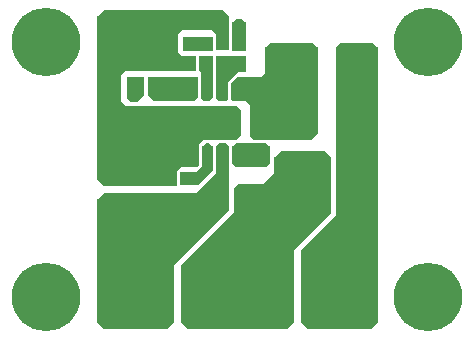
<source format=gbr>
G04 EAGLE Gerber RS-274X export*
G75*
%MOMM*%
%FSLAX34Y34*%
%LPD*%
%INTop Copper*%
%IPPOS*%
%AMOC8*
5,1,8,0,0,1.08239X$1,22.5*%
G01*
%ADD10R,1.600000X1.800000*%
%ADD11C,0.250000*%
%ADD12C,1.200000*%
%ADD13R,2.500000X3.200000*%
%ADD14R,1.000000X1.100000*%
%ADD15C,0.510000*%
%ADD16R,1.100000X1.000000*%
%ADD17C,2.500000*%
%ADD18C,5.800000*%
%ADD19C,1.108000*%
%ADD20C,0.508000*%
%ADD21C,0.756400*%

G36*
X41918Y4574D02*
X41918Y4574D01*
X41925Y4573D01*
X42015Y4594D01*
X42107Y4612D01*
X42113Y4617D01*
X42121Y4619D01*
X42269Y4721D01*
X47349Y9801D01*
X47353Y9808D01*
X47359Y9812D01*
X47408Y9891D01*
X47460Y9968D01*
X47461Y9976D01*
X47465Y9983D01*
X47497Y10160D01*
X47497Y70910D01*
X79099Y102511D01*
X79103Y102518D01*
X79109Y102522D01*
X79158Y102601D01*
X79210Y102678D01*
X79211Y102686D01*
X79215Y102693D01*
X79247Y102870D01*
X79247Y149860D01*
X79246Y149868D01*
X79247Y149875D01*
X79226Y149965D01*
X79208Y150057D01*
X79203Y150063D01*
X79201Y150071D01*
X79099Y150219D01*
X74019Y155299D01*
X74012Y155303D01*
X74008Y155309D01*
X73929Y155358D01*
X73852Y155410D01*
X73844Y155411D01*
X73837Y155415D01*
X73660Y155447D01*
X36830Y155447D01*
X36822Y155446D01*
X36815Y155447D01*
X36725Y155426D01*
X36634Y155408D01*
X36627Y155403D01*
X36619Y155401D01*
X36471Y155299D01*
X31391Y150219D01*
X31387Y150212D01*
X31381Y150208D01*
X31332Y150129D01*
X31280Y150052D01*
X31279Y150044D01*
X31275Y150037D01*
X31243Y149860D01*
X31243Y136100D01*
X22650Y127507D01*
X1270Y127507D01*
X1262Y127506D01*
X1255Y127507D01*
X1165Y127486D01*
X1074Y127468D01*
X1067Y127463D01*
X1059Y127461D01*
X911Y127359D01*
X-2899Y123549D01*
X-2903Y123542D01*
X-2909Y123538D01*
X-2958Y123459D01*
X-3010Y123382D01*
X-3011Y123374D01*
X-3015Y123367D01*
X-3047Y123190D01*
X-3047Y103080D01*
X-47349Y58779D01*
X-47353Y58772D01*
X-47359Y58768D01*
X-47408Y58689D01*
X-47460Y58612D01*
X-47461Y58604D01*
X-47465Y58597D01*
X-47497Y58420D01*
X-47497Y10160D01*
X-47496Y10152D01*
X-47497Y10145D01*
X-47476Y10055D01*
X-47458Y9964D01*
X-47453Y9957D01*
X-47451Y9949D01*
X-47349Y9801D01*
X-42269Y4721D01*
X-42262Y4717D01*
X-42258Y4711D01*
X-42179Y4662D01*
X-42102Y4610D01*
X-42094Y4609D01*
X-42087Y4605D01*
X-41910Y4573D01*
X41910Y4573D01*
X41918Y4574D01*
G37*
G36*
X-52065Y125224D02*
X-52065Y125224D01*
X-52060Y125223D01*
X-51967Y125244D01*
X-51874Y125262D01*
X-51869Y125265D01*
X-51864Y125266D01*
X-51786Y125322D01*
X-51708Y125375D01*
X-51705Y125379D01*
X-51701Y125382D01*
X-51650Y125464D01*
X-51598Y125543D01*
X-51598Y125548D01*
X-51595Y125553D01*
X-51563Y125730D01*
X-51563Y138220D01*
X-48050Y141733D01*
X-34290Y141733D01*
X-34282Y141734D01*
X-34275Y141733D01*
X-34185Y141754D01*
X-34094Y141772D01*
X-34087Y141777D01*
X-34079Y141779D01*
X-33931Y141881D01*
X-32661Y143151D01*
X-32657Y143158D01*
X-32651Y143162D01*
X-32602Y143241D01*
X-32550Y143318D01*
X-32549Y143326D01*
X-32545Y143333D01*
X-32513Y143510D01*
X-32513Y161080D01*
X-29000Y164593D01*
X-1270Y164593D01*
X-1262Y164594D01*
X-1255Y164593D01*
X-1165Y164614D01*
X-1074Y164632D01*
X-1067Y164637D01*
X-1059Y164639D01*
X-911Y164741D01*
X2899Y168551D01*
X2903Y168558D01*
X2909Y168562D01*
X2958Y168641D01*
X3010Y168718D01*
X3011Y168726D01*
X3015Y168733D01*
X3047Y168910D01*
X3047Y189230D01*
X3046Y189238D01*
X3047Y189245D01*
X3026Y189335D01*
X3008Y189427D01*
X3003Y189433D01*
X3001Y189441D01*
X2899Y189589D01*
X-911Y193399D01*
X-918Y193403D01*
X-922Y193409D01*
X-1001Y193458D01*
X-1078Y193510D01*
X-1086Y193511D01*
X-1093Y193515D01*
X-1270Y193547D01*
X-95040Y193547D01*
X-98553Y197060D01*
X-98553Y219500D01*
X-95040Y223013D01*
X-35560Y223013D01*
X-35555Y223014D01*
X-35550Y223013D01*
X-35457Y223034D01*
X-35364Y223052D01*
X-35359Y223055D01*
X-35354Y223056D01*
X-35276Y223112D01*
X-35198Y223165D01*
X-35195Y223169D01*
X-35191Y223172D01*
X-35140Y223254D01*
X-35088Y223333D01*
X-35088Y223338D01*
X-35085Y223343D01*
X-35053Y223520D01*
X-35053Y234950D01*
X-35054Y234955D01*
X-35053Y234960D01*
X-35074Y235053D01*
X-35092Y235147D01*
X-35095Y235151D01*
X-35096Y235156D01*
X-35152Y235234D01*
X-35205Y235312D01*
X-35209Y235315D01*
X-35212Y235319D01*
X-35294Y235370D01*
X-35373Y235422D01*
X-35378Y235422D01*
X-35383Y235425D01*
X-35560Y235457D01*
X-46780Y235457D01*
X-50293Y238970D01*
X-50293Y253790D01*
X-46780Y257303D01*
X-21800Y257303D01*
X-18287Y253790D01*
X-18287Y241300D01*
X-18286Y241295D01*
X-18287Y241290D01*
X-18266Y241197D01*
X-18248Y241104D01*
X-18245Y241099D01*
X-18244Y241094D01*
X-18188Y241016D01*
X-18135Y240938D01*
X-18131Y240935D01*
X-18128Y240931D01*
X-18046Y240880D01*
X-17967Y240828D01*
X-17962Y240828D01*
X-17957Y240825D01*
X-17780Y240793D01*
X-7620Y240793D01*
X-7615Y240794D01*
X-7610Y240793D01*
X-7517Y240814D01*
X-7424Y240832D01*
X-7419Y240835D01*
X-7414Y240836D01*
X-7336Y240892D01*
X-7258Y240945D01*
X-7255Y240949D01*
X-7251Y240952D01*
X-7200Y241034D01*
X-7148Y241113D01*
X-7148Y241118D01*
X-7145Y241123D01*
X-7113Y241300D01*
X-7113Y269240D01*
X-7114Y269248D01*
X-7113Y269255D01*
X-7134Y269345D01*
X-7152Y269437D01*
X-7157Y269443D01*
X-7159Y269451D01*
X-7261Y269599D01*
X-12341Y274679D01*
X-12348Y274683D01*
X-12352Y274689D01*
X-12431Y274738D01*
X-12508Y274790D01*
X-12516Y274791D01*
X-12523Y274795D01*
X-12700Y274827D01*
X-113030Y274827D01*
X-113038Y274826D01*
X-113045Y274827D01*
X-113135Y274806D01*
X-113227Y274788D01*
X-113233Y274783D01*
X-113241Y274781D01*
X-113389Y274679D01*
X-118469Y269599D01*
X-118473Y269592D01*
X-118479Y269588D01*
X-118528Y269509D01*
X-118580Y269432D01*
X-118581Y269424D01*
X-118585Y269417D01*
X-118617Y269240D01*
X-118617Y130810D01*
X-118616Y130802D01*
X-118617Y130795D01*
X-118596Y130705D01*
X-118578Y130614D01*
X-118573Y130607D01*
X-118571Y130599D01*
X-118469Y130451D01*
X-113389Y125371D01*
X-113382Y125367D01*
X-113378Y125361D01*
X-113299Y125312D01*
X-113222Y125260D01*
X-113214Y125259D01*
X-113207Y125255D01*
X-113030Y125223D01*
X-52070Y125223D01*
X-52065Y125224D01*
G37*
G36*
X113038Y4574D02*
X113038Y4574D01*
X113045Y4573D01*
X113135Y4594D01*
X113227Y4612D01*
X113233Y4617D01*
X113241Y4619D01*
X113389Y4721D01*
X118469Y9801D01*
X118473Y9808D01*
X118479Y9812D01*
X118528Y9891D01*
X118580Y9968D01*
X118581Y9976D01*
X118585Y9983D01*
X118617Y10160D01*
X118617Y242570D01*
X118616Y242578D01*
X118617Y242585D01*
X118596Y242675D01*
X118578Y242767D01*
X118573Y242773D01*
X118571Y242781D01*
X118469Y242929D01*
X114659Y246739D01*
X114652Y246743D01*
X114648Y246749D01*
X114569Y246798D01*
X114492Y246850D01*
X114484Y246851D01*
X114477Y246855D01*
X114300Y246887D01*
X87630Y246887D01*
X87622Y246886D01*
X87615Y246887D01*
X87525Y246866D01*
X87434Y246848D01*
X87427Y246843D01*
X87419Y246841D01*
X87271Y246739D01*
X83461Y242929D01*
X83457Y242922D01*
X83451Y242918D01*
X83402Y242839D01*
X83350Y242762D01*
X83349Y242754D01*
X83345Y242747D01*
X83313Y242570D01*
X83313Y100540D01*
X54251Y71479D01*
X54247Y71472D01*
X54241Y71468D01*
X54192Y71389D01*
X54140Y71312D01*
X54139Y71304D01*
X54135Y71297D01*
X54103Y71120D01*
X54103Y10160D01*
X54104Y10152D01*
X54103Y10145D01*
X54124Y10055D01*
X54142Y9964D01*
X54147Y9957D01*
X54149Y9949D01*
X54251Y9801D01*
X59331Y4721D01*
X59338Y4717D01*
X59342Y4711D01*
X59421Y4662D01*
X59498Y4610D01*
X59506Y4609D01*
X59513Y4605D01*
X59690Y4573D01*
X113030Y4573D01*
X113038Y4574D01*
G37*
G36*
X-59682Y4574D02*
X-59682Y4574D01*
X-59675Y4573D01*
X-59585Y4594D01*
X-59494Y4612D01*
X-59487Y4617D01*
X-59479Y4619D01*
X-59331Y4721D01*
X-54251Y9801D01*
X-54247Y9808D01*
X-54241Y9812D01*
X-54192Y9891D01*
X-54140Y9968D01*
X-54139Y9976D01*
X-54135Y9983D01*
X-54103Y10160D01*
X-54103Y58210D01*
X-7261Y105051D01*
X-7257Y105058D01*
X-7251Y105062D01*
X-7202Y105141D01*
X-7150Y105218D01*
X-7149Y105226D01*
X-7145Y105233D01*
X-7113Y105410D01*
X-7113Y158750D01*
X-7114Y158758D01*
X-7113Y158765D01*
X-7134Y158855D01*
X-7152Y158947D01*
X-7157Y158953D01*
X-7159Y158961D01*
X-7261Y159109D01*
X-9801Y161649D01*
X-9808Y161653D01*
X-9812Y161659D01*
X-9891Y161708D01*
X-9968Y161760D01*
X-9976Y161761D01*
X-9983Y161765D01*
X-10160Y161797D01*
X-15240Y161797D01*
X-15248Y161796D01*
X-15255Y161797D01*
X-15345Y161776D01*
X-15437Y161758D01*
X-15443Y161753D01*
X-15451Y161751D01*
X-15599Y161649D01*
X-18139Y159109D01*
X-18143Y159102D01*
X-18149Y159098D01*
X-18198Y159019D01*
X-18250Y158942D01*
X-18251Y158934D01*
X-18255Y158927D01*
X-18287Y158750D01*
X-18287Y136100D01*
X-34500Y119887D01*
X-113030Y119887D01*
X-113038Y119886D01*
X-113045Y119887D01*
X-113135Y119866D01*
X-113227Y119848D01*
X-113233Y119843D01*
X-113241Y119841D01*
X-113389Y119739D01*
X-118469Y114659D01*
X-118473Y114652D01*
X-118479Y114648D01*
X-118528Y114569D01*
X-118580Y114492D01*
X-118581Y114484D01*
X-118585Y114477D01*
X-118617Y114300D01*
X-118617Y10160D01*
X-118616Y10152D01*
X-118617Y10145D01*
X-118596Y10055D01*
X-118578Y9964D01*
X-118573Y9957D01*
X-118571Y9949D01*
X-118469Y9801D01*
X-113389Y4721D01*
X-113382Y4717D01*
X-113378Y4711D01*
X-113299Y4662D01*
X-113222Y4610D01*
X-113214Y4609D01*
X-113207Y4605D01*
X-113030Y4573D01*
X-59690Y4573D01*
X-59682Y4574D01*
G37*
G36*
X62238Y164594D02*
X62238Y164594D01*
X62245Y164593D01*
X62335Y164614D01*
X62427Y164632D01*
X62433Y164637D01*
X62441Y164639D01*
X62589Y164741D01*
X67669Y169821D01*
X67673Y169828D01*
X67679Y169832D01*
X67728Y169911D01*
X67780Y169988D01*
X67781Y169996D01*
X67785Y170003D01*
X67817Y170180D01*
X67817Y242570D01*
X67816Y242578D01*
X67817Y242585D01*
X67796Y242675D01*
X67778Y242767D01*
X67773Y242773D01*
X67771Y242781D01*
X67669Y242929D01*
X63859Y246739D01*
X63852Y246743D01*
X63848Y246749D01*
X63769Y246798D01*
X63692Y246850D01*
X63684Y246851D01*
X63677Y246855D01*
X63500Y246887D01*
X27940Y246887D01*
X27932Y246886D01*
X27925Y246887D01*
X27835Y246866D01*
X27744Y246848D01*
X27737Y246843D01*
X27729Y246841D01*
X27581Y246739D01*
X23771Y242929D01*
X23767Y242922D01*
X23761Y242918D01*
X23712Y242839D01*
X23660Y242762D01*
X23659Y242754D01*
X23655Y242747D01*
X23623Y242570D01*
X23623Y221190D01*
X20110Y217677D01*
X0Y217677D01*
X-8Y217676D01*
X-15Y217677D01*
X-105Y217656D01*
X-197Y217638D01*
X-203Y217633D01*
X-211Y217631D01*
X-359Y217529D01*
X-5439Y212449D01*
X-5443Y212442D01*
X-5449Y212438D01*
X-5498Y212359D01*
X-5550Y212282D01*
X-5551Y212274D01*
X-5555Y212267D01*
X-5587Y212090D01*
X-5587Y199390D01*
X-5586Y199382D01*
X-5587Y199375D01*
X-5566Y199285D01*
X-5548Y199194D01*
X-5543Y199187D01*
X-5541Y199179D01*
X-5439Y199031D01*
X-4169Y197761D01*
X-4162Y197757D01*
X-4158Y197751D01*
X-4079Y197702D01*
X-4002Y197650D01*
X-3994Y197649D01*
X-3987Y197645D01*
X-3810Y197613D01*
X7410Y197613D01*
X10923Y194100D01*
X10923Y167640D01*
X10924Y167632D01*
X10923Y167625D01*
X10944Y167535D01*
X10962Y167444D01*
X10967Y167437D01*
X10969Y167429D01*
X11071Y167281D01*
X13611Y164741D01*
X13618Y164737D01*
X13622Y164731D01*
X13701Y164682D01*
X13778Y164630D01*
X13786Y164629D01*
X13793Y164625D01*
X13970Y164593D01*
X62230Y164593D01*
X62238Y164594D01*
G37*
G36*
X-36822Y197614D02*
X-36822Y197614D01*
X-36815Y197613D01*
X-36725Y197634D01*
X-36634Y197652D01*
X-36627Y197657D01*
X-36619Y197659D01*
X-36471Y197761D01*
X-33931Y200301D01*
X-33927Y200308D01*
X-33921Y200312D01*
X-33872Y200391D01*
X-33820Y200468D01*
X-33819Y200476D01*
X-33815Y200483D01*
X-33783Y200660D01*
X-33783Y217170D01*
X-33784Y217175D01*
X-33783Y217180D01*
X-33804Y217273D01*
X-33822Y217367D01*
X-33825Y217371D01*
X-33826Y217376D01*
X-33882Y217454D01*
X-33935Y217532D01*
X-33939Y217535D01*
X-33942Y217539D01*
X-34024Y217590D01*
X-34103Y217642D01*
X-34108Y217642D01*
X-34113Y217645D01*
X-34290Y217677D01*
X-74930Y217677D01*
X-74935Y217676D01*
X-74940Y217677D01*
X-75033Y217656D01*
X-75127Y217638D01*
X-75131Y217635D01*
X-75136Y217634D01*
X-75214Y217578D01*
X-75292Y217525D01*
X-75295Y217521D01*
X-75299Y217518D01*
X-75350Y217436D01*
X-75402Y217357D01*
X-75402Y217352D01*
X-75405Y217347D01*
X-75437Y217170D01*
X-75437Y201930D01*
X-75436Y201922D01*
X-75437Y201915D01*
X-75416Y201825D01*
X-75398Y201734D01*
X-75393Y201727D01*
X-75391Y201719D01*
X-75289Y201571D01*
X-71479Y197761D01*
X-71472Y197757D01*
X-71468Y197751D01*
X-71389Y197702D01*
X-71312Y197650D01*
X-71304Y197649D01*
X-71297Y197645D01*
X-71120Y197613D01*
X-36830Y197613D01*
X-36822Y197614D01*
G37*
G36*
X-10152Y197614D02*
X-10152Y197614D01*
X-10145Y197613D01*
X-10055Y197634D01*
X-9964Y197652D01*
X-9957Y197657D01*
X-9949Y197659D01*
X-9801Y197761D01*
X-8277Y199285D01*
X-8277Y199286D01*
X-8276Y199287D01*
X-8272Y199292D01*
X-8267Y199296D01*
X-8218Y199375D01*
X-8166Y199452D01*
X-8165Y199460D01*
X-8161Y199467D01*
X-8129Y199644D01*
X-8129Y213353D01*
X-7261Y214220D01*
X-7257Y214227D01*
X-7251Y214231D01*
X-7202Y214310D01*
X-7160Y214372D01*
X210Y221743D01*
X6350Y221743D01*
X6355Y221744D01*
X6360Y221743D01*
X6453Y221764D01*
X6547Y221782D01*
X6551Y221785D01*
X6556Y221786D01*
X6634Y221842D01*
X6712Y221895D01*
X6715Y221899D01*
X6719Y221902D01*
X6770Y221984D01*
X6822Y222063D01*
X6822Y222068D01*
X6825Y222073D01*
X6857Y222250D01*
X6857Y234950D01*
X6856Y234955D01*
X6857Y234960D01*
X6836Y235053D01*
X6818Y235147D01*
X6815Y235151D01*
X6814Y235156D01*
X6758Y235234D01*
X6705Y235312D01*
X6701Y235315D01*
X6698Y235319D01*
X6616Y235370D01*
X6537Y235422D01*
X6532Y235422D01*
X6527Y235425D01*
X6350Y235457D01*
X-17780Y235457D01*
X-17785Y235456D01*
X-17790Y235457D01*
X-17883Y235436D01*
X-17977Y235418D01*
X-17981Y235415D01*
X-17986Y235414D01*
X-18064Y235358D01*
X-18142Y235305D01*
X-18145Y235301D01*
X-18149Y235298D01*
X-18200Y235216D01*
X-18252Y235137D01*
X-18252Y235132D01*
X-18255Y235127D01*
X-18287Y234950D01*
X-18287Y200660D01*
X-18286Y200652D01*
X-18287Y200645D01*
X-18266Y200555D01*
X-18248Y200464D01*
X-18243Y200457D01*
X-18241Y200449D01*
X-18139Y200301D01*
X-15599Y197761D01*
X-15592Y197757D01*
X-15588Y197751D01*
X-15509Y197702D01*
X-15432Y197650D01*
X-15424Y197649D01*
X-15417Y197645D01*
X-15240Y197613D01*
X-10160Y197613D01*
X-10152Y197614D01*
G37*
G36*
X24138Y141734D02*
X24138Y141734D01*
X24145Y141733D01*
X24235Y141754D01*
X24327Y141772D01*
X24333Y141777D01*
X24341Y141779D01*
X24489Y141881D01*
X27029Y144421D01*
X27033Y144428D01*
X27039Y144432D01*
X27088Y144511D01*
X27140Y144588D01*
X27141Y144596D01*
X27145Y144603D01*
X27177Y144780D01*
X27177Y158750D01*
X27176Y158758D01*
X27177Y158765D01*
X27156Y158855D01*
X27138Y158947D01*
X27133Y158953D01*
X27131Y158961D01*
X27029Y159109D01*
X24489Y161649D01*
X24482Y161653D01*
X24478Y161659D01*
X24399Y161708D01*
X24322Y161760D01*
X24314Y161761D01*
X24307Y161765D01*
X24130Y161797D01*
X-1270Y161797D01*
X-1278Y161796D01*
X-1285Y161797D01*
X-1375Y161776D01*
X-1467Y161758D01*
X-1473Y161753D01*
X-1481Y161751D01*
X-1629Y161649D01*
X-4169Y159109D01*
X-4173Y159102D01*
X-4179Y159098D01*
X-4228Y159019D01*
X-4280Y158942D01*
X-4281Y158934D01*
X-4285Y158927D01*
X-4317Y158750D01*
X-4317Y144780D01*
X-4316Y144772D01*
X-4317Y144765D01*
X-4296Y144675D01*
X-4278Y144584D01*
X-4273Y144577D01*
X-4271Y144569D01*
X-4169Y144421D01*
X-1629Y141881D01*
X-1622Y141877D01*
X-1618Y141871D01*
X-1539Y141822D01*
X-1462Y141770D01*
X-1454Y141769D01*
X-1447Y141765D01*
X-1270Y141733D01*
X24130Y141733D01*
X24138Y141734D01*
G37*
G36*
X-33012Y126494D02*
X-33012Y126494D01*
X-33005Y126493D01*
X-32915Y126514D01*
X-32824Y126532D01*
X-32817Y126537D01*
X-32809Y126539D01*
X-32661Y126641D01*
X-21231Y138071D01*
X-21227Y138078D01*
X-21221Y138082D01*
X-21172Y138161D01*
X-21120Y138238D01*
X-21119Y138246D01*
X-21115Y138253D01*
X-21083Y138430D01*
X-21083Y158750D01*
X-21084Y158758D01*
X-21083Y158765D01*
X-21104Y158855D01*
X-21122Y158947D01*
X-21127Y158953D01*
X-21129Y158961D01*
X-21231Y159109D01*
X-23771Y161649D01*
X-23778Y161653D01*
X-23782Y161659D01*
X-23861Y161708D01*
X-23938Y161760D01*
X-23946Y161761D01*
X-23953Y161765D01*
X-24130Y161797D01*
X-26670Y161797D01*
X-26678Y161796D01*
X-26685Y161797D01*
X-26775Y161776D01*
X-26867Y161758D01*
X-26873Y161753D01*
X-26881Y161751D01*
X-27029Y161649D01*
X-29569Y159109D01*
X-29573Y159102D01*
X-29579Y159098D01*
X-29628Y159019D01*
X-29680Y158942D01*
X-29681Y158934D01*
X-29685Y158927D01*
X-29717Y158750D01*
X-29717Y142450D01*
X-34500Y137667D01*
X-48260Y137667D01*
X-48265Y137666D01*
X-48270Y137667D01*
X-48363Y137646D01*
X-48457Y137628D01*
X-48461Y137625D01*
X-48466Y137624D01*
X-48544Y137568D01*
X-48622Y137515D01*
X-48625Y137511D01*
X-48629Y137508D01*
X-48680Y137426D01*
X-48732Y137347D01*
X-48732Y137342D01*
X-48735Y137337D01*
X-48767Y137160D01*
X-48767Y127000D01*
X-48766Y126995D01*
X-48767Y126990D01*
X-48746Y126897D01*
X-48728Y126804D01*
X-48725Y126799D01*
X-48724Y126794D01*
X-48668Y126716D01*
X-48615Y126638D01*
X-48611Y126635D01*
X-48608Y126631D01*
X-48526Y126580D01*
X-48447Y126528D01*
X-48442Y126528D01*
X-48437Y126525D01*
X-48260Y126493D01*
X-33020Y126493D01*
X-33012Y126494D01*
G37*
G36*
X-24122Y197614D02*
X-24122Y197614D01*
X-24115Y197613D01*
X-24025Y197634D01*
X-23934Y197652D01*
X-23927Y197657D01*
X-23919Y197659D01*
X-23771Y197761D01*
X-21231Y200301D01*
X-21227Y200308D01*
X-21221Y200312D01*
X-21172Y200391D01*
X-21120Y200468D01*
X-21119Y200476D01*
X-21115Y200483D01*
X-21083Y200660D01*
X-21083Y234950D01*
X-21084Y234955D01*
X-21083Y234960D01*
X-21104Y235053D01*
X-21122Y235147D01*
X-21125Y235151D01*
X-21126Y235156D01*
X-21182Y235234D01*
X-21235Y235312D01*
X-21239Y235315D01*
X-21242Y235319D01*
X-21324Y235370D01*
X-21403Y235422D01*
X-21408Y235422D01*
X-21413Y235425D01*
X-21590Y235457D01*
X-31750Y235457D01*
X-31755Y235456D01*
X-31760Y235457D01*
X-31853Y235436D01*
X-31947Y235418D01*
X-31951Y235415D01*
X-31956Y235414D01*
X-32034Y235358D01*
X-32112Y235305D01*
X-32115Y235301D01*
X-32119Y235298D01*
X-32170Y235216D01*
X-32222Y235137D01*
X-32222Y235132D01*
X-32225Y235127D01*
X-32257Y234950D01*
X-32257Y223520D01*
X-32256Y223512D01*
X-32257Y223505D01*
X-32236Y223415D01*
X-32218Y223324D01*
X-32213Y223317D01*
X-32211Y223309D01*
X-32109Y223161D01*
X-30987Y222040D01*
X-30987Y200660D01*
X-30986Y200652D01*
X-30987Y200645D01*
X-30966Y200555D01*
X-30948Y200464D01*
X-30943Y200457D01*
X-30941Y200449D01*
X-30839Y200301D01*
X-28299Y197761D01*
X-28292Y197757D01*
X-28288Y197751D01*
X-28209Y197702D01*
X-28132Y197650D01*
X-28124Y197649D01*
X-28117Y197645D01*
X-27940Y197613D01*
X-24130Y197613D01*
X-24122Y197614D01*
G37*
G36*
X-21585Y239524D02*
X-21585Y239524D01*
X-21580Y239523D01*
X-21487Y239544D01*
X-21394Y239562D01*
X-21389Y239565D01*
X-21384Y239566D01*
X-21306Y239622D01*
X-21228Y239675D01*
X-21225Y239679D01*
X-21221Y239682D01*
X-21170Y239764D01*
X-21118Y239843D01*
X-21118Y239848D01*
X-21115Y239853D01*
X-21083Y240030D01*
X-21083Y251460D01*
X-21084Y251465D01*
X-21083Y251470D01*
X-21104Y251563D01*
X-21122Y251657D01*
X-21125Y251661D01*
X-21126Y251666D01*
X-21182Y251744D01*
X-21235Y251822D01*
X-21239Y251825D01*
X-21242Y251829D01*
X-21324Y251880D01*
X-21403Y251932D01*
X-21408Y251932D01*
X-21413Y251935D01*
X-21590Y251967D01*
X-45720Y251967D01*
X-45725Y251966D01*
X-45730Y251967D01*
X-45823Y251946D01*
X-45917Y251928D01*
X-45921Y251925D01*
X-45926Y251924D01*
X-46004Y251868D01*
X-46082Y251815D01*
X-46085Y251811D01*
X-46089Y251808D01*
X-46140Y251726D01*
X-46192Y251647D01*
X-46192Y251642D01*
X-46195Y251637D01*
X-46227Y251460D01*
X-46227Y240030D01*
X-46226Y240025D01*
X-46227Y240020D01*
X-46206Y239927D01*
X-46188Y239834D01*
X-46185Y239829D01*
X-46184Y239824D01*
X-46128Y239746D01*
X-46075Y239668D01*
X-46071Y239665D01*
X-46068Y239661D01*
X-45986Y239610D01*
X-45907Y239558D01*
X-45902Y239558D01*
X-45897Y239555D01*
X-45720Y239523D01*
X-21590Y239523D01*
X-21585Y239524D01*
G37*
G36*
X6355Y239524D02*
X6355Y239524D01*
X6360Y239523D01*
X6453Y239544D01*
X6547Y239562D01*
X6551Y239565D01*
X6556Y239566D01*
X6634Y239622D01*
X6712Y239675D01*
X6715Y239679D01*
X6719Y239682D01*
X6770Y239764D01*
X6822Y239843D01*
X6822Y239848D01*
X6825Y239853D01*
X6857Y240030D01*
X6857Y264160D01*
X6856Y264168D01*
X6857Y264175D01*
X6836Y264265D01*
X6818Y264357D01*
X6813Y264363D01*
X6811Y264371D01*
X6709Y264519D01*
X4169Y267059D01*
X4162Y267063D01*
X4158Y267069D01*
X4079Y267118D01*
X4002Y267170D01*
X3994Y267171D01*
X3987Y267175D01*
X3810Y267207D01*
X-1270Y267207D01*
X-1278Y267206D01*
X-1285Y267207D01*
X-1375Y267186D01*
X-1467Y267168D01*
X-1473Y267163D01*
X-1481Y267161D01*
X-1629Y267059D01*
X-4169Y264519D01*
X-4173Y264512D01*
X-4179Y264508D01*
X-4228Y264429D01*
X-4280Y264352D01*
X-4281Y264344D01*
X-4285Y264337D01*
X-4317Y264160D01*
X-4317Y240030D01*
X-4316Y240025D01*
X-4317Y240020D01*
X-4296Y239927D01*
X-4278Y239834D01*
X-4275Y239829D01*
X-4274Y239824D01*
X-4218Y239746D01*
X-4165Y239668D01*
X-4161Y239665D01*
X-4158Y239661D01*
X-4076Y239610D01*
X-3997Y239558D01*
X-3992Y239558D01*
X-3987Y239555D01*
X-3810Y239523D01*
X6350Y239523D01*
X6355Y239524D01*
G37*
G36*
X-85082Y196344D02*
X-85082Y196344D01*
X-85075Y196343D01*
X-84985Y196364D01*
X-84894Y196382D01*
X-84887Y196387D01*
X-84879Y196389D01*
X-84731Y196491D01*
X-79651Y201571D01*
X-79647Y201578D01*
X-79641Y201582D01*
X-79592Y201661D01*
X-79540Y201738D01*
X-79539Y201746D01*
X-79535Y201753D01*
X-79503Y201930D01*
X-79503Y217170D01*
X-79504Y217175D01*
X-79503Y217180D01*
X-79524Y217273D01*
X-79542Y217367D01*
X-79545Y217371D01*
X-79546Y217376D01*
X-79602Y217454D01*
X-79655Y217532D01*
X-79659Y217535D01*
X-79662Y217539D01*
X-79744Y217590D01*
X-79823Y217642D01*
X-79828Y217642D01*
X-79833Y217645D01*
X-80010Y217677D01*
X-92710Y217677D01*
X-92715Y217676D01*
X-92720Y217677D01*
X-92813Y217656D01*
X-92907Y217638D01*
X-92911Y217635D01*
X-92916Y217634D01*
X-92994Y217578D01*
X-93072Y217525D01*
X-93075Y217521D01*
X-93079Y217518D01*
X-93130Y217436D01*
X-93182Y217357D01*
X-93182Y217352D01*
X-93185Y217347D01*
X-93217Y217170D01*
X-93217Y199390D01*
X-93216Y199382D01*
X-93217Y199375D01*
X-93196Y199285D01*
X-93178Y199194D01*
X-93173Y199187D01*
X-93171Y199179D01*
X-93069Y199031D01*
X-90529Y196491D01*
X-90522Y196487D01*
X-90518Y196481D01*
X-90439Y196432D01*
X-90362Y196380D01*
X-90354Y196379D01*
X-90347Y196375D01*
X-90170Y196343D01*
X-85090Y196343D01*
X-85082Y196344D01*
G37*
D10*
X-19080Y114300D03*
X8920Y114300D03*
X97820Y114300D03*
X69820Y114300D03*
D11*
X-1250Y201320D02*
X-1250Y210820D01*
X1250Y210820D01*
X1250Y201320D01*
X-1250Y201320D01*
X-1250Y203695D02*
X1250Y203695D01*
X1250Y206070D02*
X-1250Y206070D01*
X-1250Y208445D02*
X1250Y208445D01*
X1250Y210820D02*
X-1250Y210820D01*
X-13950Y210820D02*
X-13950Y201320D01*
X-13950Y210820D02*
X-11450Y210820D01*
X-11450Y201320D01*
X-13950Y201320D01*
X-13950Y203695D02*
X-11450Y203695D01*
X-11450Y206070D02*
X-13950Y206070D01*
X-13950Y208445D02*
X-11450Y208445D01*
X-11450Y210820D02*
X-13950Y210820D01*
X-26650Y210820D02*
X-26650Y201320D01*
X-26650Y210820D02*
X-24150Y210820D01*
X-24150Y201320D01*
X-26650Y201320D01*
X-26650Y203695D02*
X-24150Y203695D01*
X-24150Y206070D02*
X-26650Y206070D01*
X-26650Y208445D02*
X-24150Y208445D01*
X-24150Y210820D02*
X-26650Y210820D01*
X-39350Y210820D02*
X-39350Y201320D01*
X-39350Y210820D02*
X-36850Y210820D01*
X-36850Y201320D01*
X-39350Y201320D01*
X-39350Y203695D02*
X-36850Y203695D01*
X-36850Y206070D02*
X-39350Y206070D01*
X-39350Y208445D02*
X-36850Y208445D01*
X-36850Y210820D02*
X-39350Y210820D01*
X-39350Y156820D02*
X-39350Y147320D01*
X-39350Y156820D02*
X-36850Y156820D01*
X-36850Y147320D01*
X-39350Y147320D01*
X-39350Y149695D02*
X-36850Y149695D01*
X-36850Y152070D02*
X-39350Y152070D01*
X-39350Y154445D02*
X-36850Y154445D01*
X-36850Y156820D02*
X-39350Y156820D01*
X-26650Y156820D02*
X-26650Y147320D01*
X-26650Y156820D02*
X-24150Y156820D01*
X-24150Y147320D01*
X-26650Y147320D01*
X-26650Y149695D02*
X-24150Y149695D01*
X-24150Y152070D02*
X-26650Y152070D01*
X-26650Y154445D02*
X-24150Y154445D01*
X-24150Y156820D02*
X-26650Y156820D01*
X-13950Y156820D02*
X-13950Y147320D01*
X-13950Y156820D02*
X-11450Y156820D01*
X-11450Y147320D01*
X-13950Y147320D01*
X-13950Y149695D02*
X-11450Y149695D01*
X-11450Y152070D02*
X-13950Y152070D01*
X-13950Y154445D02*
X-11450Y154445D01*
X-11450Y156820D02*
X-13950Y156820D01*
X-1250Y156820D02*
X-1250Y147320D01*
X-1250Y156820D02*
X1250Y156820D01*
X1250Y147320D01*
X-1250Y147320D01*
X-1250Y149695D02*
X1250Y149695D01*
X1250Y152070D02*
X-1250Y152070D01*
X-1250Y154445D02*
X1250Y154445D01*
X1250Y156820D02*
X-1250Y156820D01*
D12*
X-8550Y185070D02*
X-29550Y185070D01*
X-8550Y185070D02*
X-8550Y173070D01*
X-29550Y173070D01*
X-29550Y185070D01*
X-29550Y184470D02*
X-8550Y184470D01*
D13*
X42620Y224790D03*
X99620Y224790D03*
D14*
X-26670Y228990D03*
X-26670Y245990D03*
X19050Y154060D03*
X19050Y171060D03*
D15*
X38500Y167530D02*
X50400Y167530D01*
X38500Y167530D02*
X38500Y187430D01*
X50400Y187430D01*
X50400Y167530D01*
X50400Y172375D02*
X38500Y172375D01*
X38500Y177220D02*
X50400Y177220D01*
X50400Y182065D02*
X38500Y182065D01*
X38500Y186910D02*
X50400Y186910D01*
X50400Y127530D02*
X38500Y127530D01*
X38500Y147430D01*
X50400Y147430D01*
X50400Y127530D01*
X50400Y132375D02*
X38500Y132375D01*
X38500Y137220D02*
X50400Y137220D01*
X50400Y142065D02*
X38500Y142065D01*
X38500Y146910D02*
X50400Y146910D01*
D16*
X-68970Y210820D03*
X-85970Y210820D03*
D14*
X-54610Y228210D03*
X-54610Y211210D03*
X-40640Y228990D03*
X-40640Y245990D03*
D16*
X-58030Y132080D03*
X-41030Y132080D03*
D14*
X1270Y228990D03*
X1270Y245990D03*
X-12700Y228990D03*
X-12700Y245990D03*
D17*
X-76200Y44450D03*
X-25400Y44450D03*
X25400Y44450D03*
X76200Y44450D03*
D18*
X-162560Y31750D03*
D19*
X-162560Y53750D03*
X-162560Y9750D03*
X-184560Y31750D03*
X-140560Y31750D03*
X-147060Y47250D03*
X-147060Y16250D03*
X-178060Y47250D03*
X-178060Y16250D03*
D18*
X-162560Y247650D03*
D19*
X-162560Y269650D03*
X-162560Y225650D03*
X-184560Y247650D03*
X-140560Y247650D03*
X-147060Y263150D03*
X-147060Y232150D03*
X-178060Y263150D03*
X-178060Y232150D03*
D18*
X161290Y31750D03*
D19*
X161290Y53750D03*
X161290Y9750D03*
X139290Y31750D03*
X183290Y31750D03*
X176790Y47250D03*
X176790Y16250D03*
X145790Y47250D03*
X145790Y16250D03*
D18*
X161290Y247650D03*
D19*
X161290Y269650D03*
X161290Y225650D03*
X139290Y247650D03*
X183290Y247650D03*
X176790Y263150D03*
X176790Y232150D03*
X145790Y263150D03*
X145790Y232150D03*
D20*
X-85970Y210820D02*
X-87240Y209550D01*
X-87240Y201050D01*
X-87630Y200660D01*
D21*
X-87630Y200660D03*
X101600Y132080D03*
D20*
X1270Y245990D02*
X1270Y261620D01*
D21*
X1270Y261620D03*
X-13970Y132080D03*
X-30480Y186690D03*
X-30480Y179070D03*
X-30480Y171450D03*
X-22860Y186690D03*
X-22860Y179070D03*
X-22860Y171450D03*
X-15240Y186690D03*
X-15240Y179070D03*
X-15240Y171450D03*
X-7620Y186690D03*
X-7620Y179070D03*
X-7620Y171450D03*
X-85090Y184150D03*
X-74930Y184150D03*
X-64770Y184150D03*
X-54610Y184150D03*
X-80010Y175260D03*
X-69850Y175260D03*
X-59690Y175260D03*
X-49530Y175260D03*
X-49530Y157480D03*
X-85090Y166370D03*
X-74930Y166370D03*
X-64770Y166370D03*
X-54610Y166370D03*
X-80010Y157480D03*
X-69850Y157480D03*
X-59690Y157480D03*
X-85090Y147320D03*
X-74930Y147320D03*
X-64770Y147320D03*
X-54610Y147320D03*
X52070Y116840D03*
X52070Y107950D03*
X52070Y99060D03*
X43180Y116840D03*
X43180Y107950D03*
X43180Y99060D03*
M02*

</source>
